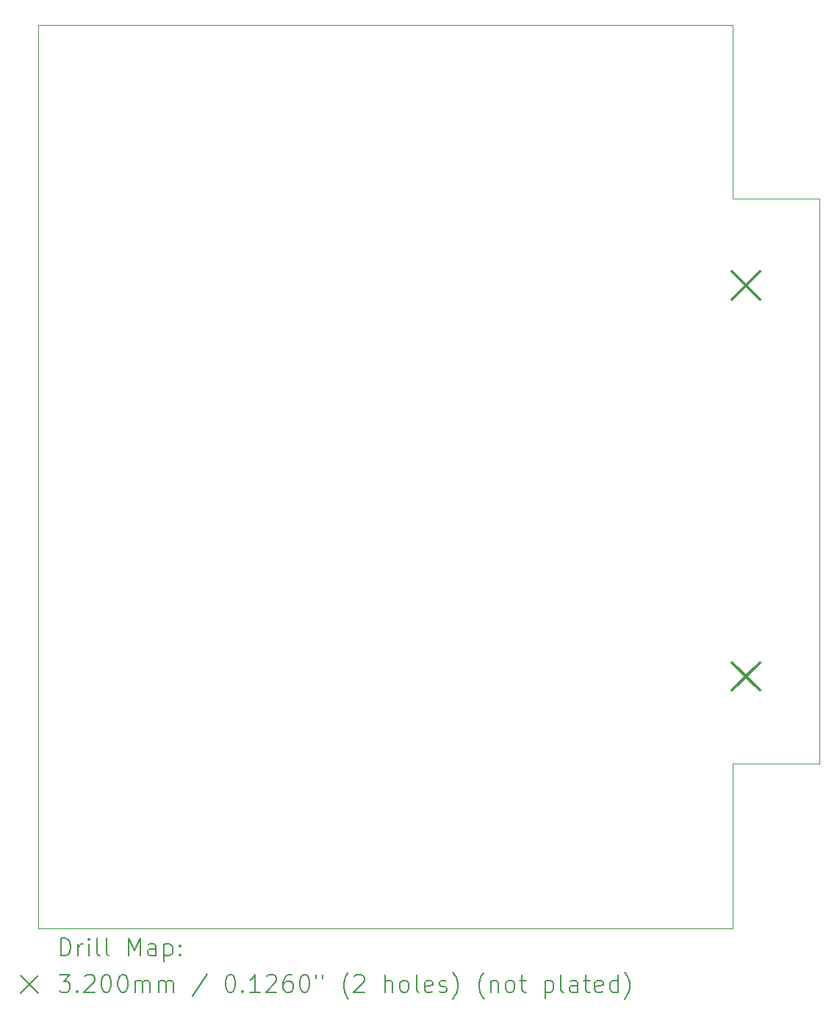
<source format=gbr>
%TF.GenerationSoftware,KiCad,Pcbnew,8.0.2*%
%TF.CreationDate,2024-06-03T18:55:45+02:00*%
%TF.ProjectId,Taupunkt,54617570-756e-46b7-942e-6b696361645f,rev?*%
%TF.SameCoordinates,Original*%
%TF.FileFunction,Drillmap*%
%TF.FilePolarity,Positive*%
%FSLAX45Y45*%
G04 Gerber Fmt 4.5, Leading zero omitted, Abs format (unit mm)*
G04 Created by KiCad (PCBNEW 8.0.2) date 2024-06-03 18:55:45*
%MOMM*%
%LPD*%
G01*
G04 APERTURE LIST*
%ADD10C,0.050000*%
%ADD11C,0.200000*%
%ADD12C,0.320000*%
G04 APERTURE END LIST*
D10*
X13000000Y-8000000D02*
X14000000Y-8000000D01*
X14000000Y-14500000D01*
X13000000Y-14500000D01*
X13000000Y-16400000D01*
X5000000Y-16400000D01*
X5000000Y-6000000D01*
X13000000Y-6000000D01*
X13000000Y-8000000D01*
D11*
D12*
X12990000Y-8840000D02*
X13310000Y-9160000D01*
X13310000Y-8840000D02*
X12990000Y-9160000D01*
X12990000Y-13340000D02*
X13310000Y-13660000D01*
X13310000Y-13340000D02*
X12990000Y-13660000D01*
D11*
X5258277Y-16713984D02*
X5258277Y-16513984D01*
X5258277Y-16513984D02*
X5305896Y-16513984D01*
X5305896Y-16513984D02*
X5334467Y-16523508D01*
X5334467Y-16523508D02*
X5353515Y-16542555D01*
X5353515Y-16542555D02*
X5363039Y-16561603D01*
X5363039Y-16561603D02*
X5372563Y-16599698D01*
X5372563Y-16599698D02*
X5372563Y-16628269D01*
X5372563Y-16628269D02*
X5363039Y-16666365D01*
X5363039Y-16666365D02*
X5353515Y-16685412D01*
X5353515Y-16685412D02*
X5334467Y-16704460D01*
X5334467Y-16704460D02*
X5305896Y-16713984D01*
X5305896Y-16713984D02*
X5258277Y-16713984D01*
X5458277Y-16713984D02*
X5458277Y-16580650D01*
X5458277Y-16618746D02*
X5467801Y-16599698D01*
X5467801Y-16599698D02*
X5477324Y-16590174D01*
X5477324Y-16590174D02*
X5496372Y-16580650D01*
X5496372Y-16580650D02*
X5515420Y-16580650D01*
X5582086Y-16713984D02*
X5582086Y-16580650D01*
X5582086Y-16513984D02*
X5572563Y-16523508D01*
X5572563Y-16523508D02*
X5582086Y-16533031D01*
X5582086Y-16533031D02*
X5591610Y-16523508D01*
X5591610Y-16523508D02*
X5582086Y-16513984D01*
X5582086Y-16513984D02*
X5582086Y-16533031D01*
X5705896Y-16713984D02*
X5686848Y-16704460D01*
X5686848Y-16704460D02*
X5677324Y-16685412D01*
X5677324Y-16685412D02*
X5677324Y-16513984D01*
X5810658Y-16713984D02*
X5791610Y-16704460D01*
X5791610Y-16704460D02*
X5782086Y-16685412D01*
X5782086Y-16685412D02*
X5782086Y-16513984D01*
X6039229Y-16713984D02*
X6039229Y-16513984D01*
X6039229Y-16513984D02*
X6105896Y-16656841D01*
X6105896Y-16656841D02*
X6172562Y-16513984D01*
X6172562Y-16513984D02*
X6172562Y-16713984D01*
X6353515Y-16713984D02*
X6353515Y-16609222D01*
X6353515Y-16609222D02*
X6343991Y-16590174D01*
X6343991Y-16590174D02*
X6324943Y-16580650D01*
X6324943Y-16580650D02*
X6286848Y-16580650D01*
X6286848Y-16580650D02*
X6267801Y-16590174D01*
X6353515Y-16704460D02*
X6334467Y-16713984D01*
X6334467Y-16713984D02*
X6286848Y-16713984D01*
X6286848Y-16713984D02*
X6267801Y-16704460D01*
X6267801Y-16704460D02*
X6258277Y-16685412D01*
X6258277Y-16685412D02*
X6258277Y-16666365D01*
X6258277Y-16666365D02*
X6267801Y-16647317D01*
X6267801Y-16647317D02*
X6286848Y-16637793D01*
X6286848Y-16637793D02*
X6334467Y-16637793D01*
X6334467Y-16637793D02*
X6353515Y-16628269D01*
X6448753Y-16580650D02*
X6448753Y-16780650D01*
X6448753Y-16590174D02*
X6467801Y-16580650D01*
X6467801Y-16580650D02*
X6505896Y-16580650D01*
X6505896Y-16580650D02*
X6524943Y-16590174D01*
X6524943Y-16590174D02*
X6534467Y-16599698D01*
X6534467Y-16599698D02*
X6543991Y-16618746D01*
X6543991Y-16618746D02*
X6543991Y-16675888D01*
X6543991Y-16675888D02*
X6534467Y-16694936D01*
X6534467Y-16694936D02*
X6524943Y-16704460D01*
X6524943Y-16704460D02*
X6505896Y-16713984D01*
X6505896Y-16713984D02*
X6467801Y-16713984D01*
X6467801Y-16713984D02*
X6448753Y-16704460D01*
X6629705Y-16694936D02*
X6639229Y-16704460D01*
X6639229Y-16704460D02*
X6629705Y-16713984D01*
X6629705Y-16713984D02*
X6620182Y-16704460D01*
X6620182Y-16704460D02*
X6629705Y-16694936D01*
X6629705Y-16694936D02*
X6629705Y-16713984D01*
X6629705Y-16590174D02*
X6639229Y-16599698D01*
X6639229Y-16599698D02*
X6629705Y-16609222D01*
X6629705Y-16609222D02*
X6620182Y-16599698D01*
X6620182Y-16599698D02*
X6629705Y-16590174D01*
X6629705Y-16590174D02*
X6629705Y-16609222D01*
X4797500Y-16942500D02*
X4997500Y-17142500D01*
X4997500Y-16942500D02*
X4797500Y-17142500D01*
X5239229Y-16933984D02*
X5363039Y-16933984D01*
X5363039Y-16933984D02*
X5296372Y-17010174D01*
X5296372Y-17010174D02*
X5324944Y-17010174D01*
X5324944Y-17010174D02*
X5343991Y-17019698D01*
X5343991Y-17019698D02*
X5353515Y-17029222D01*
X5353515Y-17029222D02*
X5363039Y-17048270D01*
X5363039Y-17048270D02*
X5363039Y-17095889D01*
X5363039Y-17095889D02*
X5353515Y-17114936D01*
X5353515Y-17114936D02*
X5343991Y-17124460D01*
X5343991Y-17124460D02*
X5324944Y-17133984D01*
X5324944Y-17133984D02*
X5267801Y-17133984D01*
X5267801Y-17133984D02*
X5248753Y-17124460D01*
X5248753Y-17124460D02*
X5239229Y-17114936D01*
X5448753Y-17114936D02*
X5458277Y-17124460D01*
X5458277Y-17124460D02*
X5448753Y-17133984D01*
X5448753Y-17133984D02*
X5439229Y-17124460D01*
X5439229Y-17124460D02*
X5448753Y-17114936D01*
X5448753Y-17114936D02*
X5448753Y-17133984D01*
X5534467Y-16953031D02*
X5543991Y-16943508D01*
X5543991Y-16943508D02*
X5563039Y-16933984D01*
X5563039Y-16933984D02*
X5610658Y-16933984D01*
X5610658Y-16933984D02*
X5629705Y-16943508D01*
X5629705Y-16943508D02*
X5639229Y-16953031D01*
X5639229Y-16953031D02*
X5648753Y-16972079D01*
X5648753Y-16972079D02*
X5648753Y-16991127D01*
X5648753Y-16991127D02*
X5639229Y-17019698D01*
X5639229Y-17019698D02*
X5524944Y-17133984D01*
X5524944Y-17133984D02*
X5648753Y-17133984D01*
X5772562Y-16933984D02*
X5791610Y-16933984D01*
X5791610Y-16933984D02*
X5810658Y-16943508D01*
X5810658Y-16943508D02*
X5820182Y-16953031D01*
X5820182Y-16953031D02*
X5829705Y-16972079D01*
X5829705Y-16972079D02*
X5839229Y-17010174D01*
X5839229Y-17010174D02*
X5839229Y-17057793D01*
X5839229Y-17057793D02*
X5829705Y-17095889D01*
X5829705Y-17095889D02*
X5820182Y-17114936D01*
X5820182Y-17114936D02*
X5810658Y-17124460D01*
X5810658Y-17124460D02*
X5791610Y-17133984D01*
X5791610Y-17133984D02*
X5772562Y-17133984D01*
X5772562Y-17133984D02*
X5753515Y-17124460D01*
X5753515Y-17124460D02*
X5743991Y-17114936D01*
X5743991Y-17114936D02*
X5734467Y-17095889D01*
X5734467Y-17095889D02*
X5724943Y-17057793D01*
X5724943Y-17057793D02*
X5724943Y-17010174D01*
X5724943Y-17010174D02*
X5734467Y-16972079D01*
X5734467Y-16972079D02*
X5743991Y-16953031D01*
X5743991Y-16953031D02*
X5753515Y-16943508D01*
X5753515Y-16943508D02*
X5772562Y-16933984D01*
X5963039Y-16933984D02*
X5982086Y-16933984D01*
X5982086Y-16933984D02*
X6001134Y-16943508D01*
X6001134Y-16943508D02*
X6010658Y-16953031D01*
X6010658Y-16953031D02*
X6020182Y-16972079D01*
X6020182Y-16972079D02*
X6029705Y-17010174D01*
X6029705Y-17010174D02*
X6029705Y-17057793D01*
X6029705Y-17057793D02*
X6020182Y-17095889D01*
X6020182Y-17095889D02*
X6010658Y-17114936D01*
X6010658Y-17114936D02*
X6001134Y-17124460D01*
X6001134Y-17124460D02*
X5982086Y-17133984D01*
X5982086Y-17133984D02*
X5963039Y-17133984D01*
X5963039Y-17133984D02*
X5943991Y-17124460D01*
X5943991Y-17124460D02*
X5934467Y-17114936D01*
X5934467Y-17114936D02*
X5924943Y-17095889D01*
X5924943Y-17095889D02*
X5915420Y-17057793D01*
X5915420Y-17057793D02*
X5915420Y-17010174D01*
X5915420Y-17010174D02*
X5924943Y-16972079D01*
X5924943Y-16972079D02*
X5934467Y-16953031D01*
X5934467Y-16953031D02*
X5943991Y-16943508D01*
X5943991Y-16943508D02*
X5963039Y-16933984D01*
X6115420Y-17133984D02*
X6115420Y-17000650D01*
X6115420Y-17019698D02*
X6124943Y-17010174D01*
X6124943Y-17010174D02*
X6143991Y-17000650D01*
X6143991Y-17000650D02*
X6172563Y-17000650D01*
X6172563Y-17000650D02*
X6191610Y-17010174D01*
X6191610Y-17010174D02*
X6201134Y-17029222D01*
X6201134Y-17029222D02*
X6201134Y-17133984D01*
X6201134Y-17029222D02*
X6210658Y-17010174D01*
X6210658Y-17010174D02*
X6229705Y-17000650D01*
X6229705Y-17000650D02*
X6258277Y-17000650D01*
X6258277Y-17000650D02*
X6277324Y-17010174D01*
X6277324Y-17010174D02*
X6286848Y-17029222D01*
X6286848Y-17029222D02*
X6286848Y-17133984D01*
X6382086Y-17133984D02*
X6382086Y-17000650D01*
X6382086Y-17019698D02*
X6391610Y-17010174D01*
X6391610Y-17010174D02*
X6410658Y-17000650D01*
X6410658Y-17000650D02*
X6439229Y-17000650D01*
X6439229Y-17000650D02*
X6458277Y-17010174D01*
X6458277Y-17010174D02*
X6467801Y-17029222D01*
X6467801Y-17029222D02*
X6467801Y-17133984D01*
X6467801Y-17029222D02*
X6477324Y-17010174D01*
X6477324Y-17010174D02*
X6496372Y-17000650D01*
X6496372Y-17000650D02*
X6524943Y-17000650D01*
X6524943Y-17000650D02*
X6543991Y-17010174D01*
X6543991Y-17010174D02*
X6553515Y-17029222D01*
X6553515Y-17029222D02*
X6553515Y-17133984D01*
X6943991Y-16924460D02*
X6772563Y-17181603D01*
X7201134Y-16933984D02*
X7220182Y-16933984D01*
X7220182Y-16933984D02*
X7239229Y-16943508D01*
X7239229Y-16943508D02*
X7248753Y-16953031D01*
X7248753Y-16953031D02*
X7258277Y-16972079D01*
X7258277Y-16972079D02*
X7267801Y-17010174D01*
X7267801Y-17010174D02*
X7267801Y-17057793D01*
X7267801Y-17057793D02*
X7258277Y-17095889D01*
X7258277Y-17095889D02*
X7248753Y-17114936D01*
X7248753Y-17114936D02*
X7239229Y-17124460D01*
X7239229Y-17124460D02*
X7220182Y-17133984D01*
X7220182Y-17133984D02*
X7201134Y-17133984D01*
X7201134Y-17133984D02*
X7182086Y-17124460D01*
X7182086Y-17124460D02*
X7172563Y-17114936D01*
X7172563Y-17114936D02*
X7163039Y-17095889D01*
X7163039Y-17095889D02*
X7153515Y-17057793D01*
X7153515Y-17057793D02*
X7153515Y-17010174D01*
X7153515Y-17010174D02*
X7163039Y-16972079D01*
X7163039Y-16972079D02*
X7172563Y-16953031D01*
X7172563Y-16953031D02*
X7182086Y-16943508D01*
X7182086Y-16943508D02*
X7201134Y-16933984D01*
X7353515Y-17114936D02*
X7363039Y-17124460D01*
X7363039Y-17124460D02*
X7353515Y-17133984D01*
X7353515Y-17133984D02*
X7343991Y-17124460D01*
X7343991Y-17124460D02*
X7353515Y-17114936D01*
X7353515Y-17114936D02*
X7353515Y-17133984D01*
X7553515Y-17133984D02*
X7439229Y-17133984D01*
X7496372Y-17133984D02*
X7496372Y-16933984D01*
X7496372Y-16933984D02*
X7477325Y-16962555D01*
X7477325Y-16962555D02*
X7458277Y-16981603D01*
X7458277Y-16981603D02*
X7439229Y-16991127D01*
X7629706Y-16953031D02*
X7639229Y-16943508D01*
X7639229Y-16943508D02*
X7658277Y-16933984D01*
X7658277Y-16933984D02*
X7705896Y-16933984D01*
X7705896Y-16933984D02*
X7724944Y-16943508D01*
X7724944Y-16943508D02*
X7734467Y-16953031D01*
X7734467Y-16953031D02*
X7743991Y-16972079D01*
X7743991Y-16972079D02*
X7743991Y-16991127D01*
X7743991Y-16991127D02*
X7734467Y-17019698D01*
X7734467Y-17019698D02*
X7620182Y-17133984D01*
X7620182Y-17133984D02*
X7743991Y-17133984D01*
X7915420Y-16933984D02*
X7877325Y-16933984D01*
X7877325Y-16933984D02*
X7858277Y-16943508D01*
X7858277Y-16943508D02*
X7848753Y-16953031D01*
X7848753Y-16953031D02*
X7829706Y-16981603D01*
X7829706Y-16981603D02*
X7820182Y-17019698D01*
X7820182Y-17019698D02*
X7820182Y-17095889D01*
X7820182Y-17095889D02*
X7829706Y-17114936D01*
X7829706Y-17114936D02*
X7839229Y-17124460D01*
X7839229Y-17124460D02*
X7858277Y-17133984D01*
X7858277Y-17133984D02*
X7896372Y-17133984D01*
X7896372Y-17133984D02*
X7915420Y-17124460D01*
X7915420Y-17124460D02*
X7924944Y-17114936D01*
X7924944Y-17114936D02*
X7934467Y-17095889D01*
X7934467Y-17095889D02*
X7934467Y-17048270D01*
X7934467Y-17048270D02*
X7924944Y-17029222D01*
X7924944Y-17029222D02*
X7915420Y-17019698D01*
X7915420Y-17019698D02*
X7896372Y-17010174D01*
X7896372Y-17010174D02*
X7858277Y-17010174D01*
X7858277Y-17010174D02*
X7839229Y-17019698D01*
X7839229Y-17019698D02*
X7829706Y-17029222D01*
X7829706Y-17029222D02*
X7820182Y-17048270D01*
X8058277Y-16933984D02*
X8077325Y-16933984D01*
X8077325Y-16933984D02*
X8096372Y-16943508D01*
X8096372Y-16943508D02*
X8105896Y-16953031D01*
X8105896Y-16953031D02*
X8115420Y-16972079D01*
X8115420Y-16972079D02*
X8124944Y-17010174D01*
X8124944Y-17010174D02*
X8124944Y-17057793D01*
X8124944Y-17057793D02*
X8115420Y-17095889D01*
X8115420Y-17095889D02*
X8105896Y-17114936D01*
X8105896Y-17114936D02*
X8096372Y-17124460D01*
X8096372Y-17124460D02*
X8077325Y-17133984D01*
X8077325Y-17133984D02*
X8058277Y-17133984D01*
X8058277Y-17133984D02*
X8039229Y-17124460D01*
X8039229Y-17124460D02*
X8029706Y-17114936D01*
X8029706Y-17114936D02*
X8020182Y-17095889D01*
X8020182Y-17095889D02*
X8010658Y-17057793D01*
X8010658Y-17057793D02*
X8010658Y-17010174D01*
X8010658Y-17010174D02*
X8020182Y-16972079D01*
X8020182Y-16972079D02*
X8029706Y-16953031D01*
X8029706Y-16953031D02*
X8039229Y-16943508D01*
X8039229Y-16943508D02*
X8058277Y-16933984D01*
X8201134Y-16933984D02*
X8201134Y-16972079D01*
X8277325Y-16933984D02*
X8277325Y-16972079D01*
X8572563Y-17210174D02*
X8563039Y-17200650D01*
X8563039Y-17200650D02*
X8543991Y-17172079D01*
X8543991Y-17172079D02*
X8534468Y-17153031D01*
X8534468Y-17153031D02*
X8524944Y-17124460D01*
X8524944Y-17124460D02*
X8515420Y-17076841D01*
X8515420Y-17076841D02*
X8515420Y-17038746D01*
X8515420Y-17038746D02*
X8524944Y-16991127D01*
X8524944Y-16991127D02*
X8534468Y-16962555D01*
X8534468Y-16962555D02*
X8543991Y-16943508D01*
X8543991Y-16943508D02*
X8563039Y-16914936D01*
X8563039Y-16914936D02*
X8572563Y-16905412D01*
X8639230Y-16953031D02*
X8648753Y-16943508D01*
X8648753Y-16943508D02*
X8667801Y-16933984D01*
X8667801Y-16933984D02*
X8715420Y-16933984D01*
X8715420Y-16933984D02*
X8734468Y-16943508D01*
X8734468Y-16943508D02*
X8743991Y-16953031D01*
X8743991Y-16953031D02*
X8753515Y-16972079D01*
X8753515Y-16972079D02*
X8753515Y-16991127D01*
X8753515Y-16991127D02*
X8743991Y-17019698D01*
X8743991Y-17019698D02*
X8629706Y-17133984D01*
X8629706Y-17133984D02*
X8753515Y-17133984D01*
X8991611Y-17133984D02*
X8991611Y-16933984D01*
X9077325Y-17133984D02*
X9077325Y-17029222D01*
X9077325Y-17029222D02*
X9067801Y-17010174D01*
X9067801Y-17010174D02*
X9048753Y-17000650D01*
X9048753Y-17000650D02*
X9020182Y-17000650D01*
X9020182Y-17000650D02*
X9001134Y-17010174D01*
X9001134Y-17010174D02*
X8991611Y-17019698D01*
X9201134Y-17133984D02*
X9182087Y-17124460D01*
X9182087Y-17124460D02*
X9172563Y-17114936D01*
X9172563Y-17114936D02*
X9163039Y-17095889D01*
X9163039Y-17095889D02*
X9163039Y-17038746D01*
X9163039Y-17038746D02*
X9172563Y-17019698D01*
X9172563Y-17019698D02*
X9182087Y-17010174D01*
X9182087Y-17010174D02*
X9201134Y-17000650D01*
X9201134Y-17000650D02*
X9229706Y-17000650D01*
X9229706Y-17000650D02*
X9248753Y-17010174D01*
X9248753Y-17010174D02*
X9258277Y-17019698D01*
X9258277Y-17019698D02*
X9267801Y-17038746D01*
X9267801Y-17038746D02*
X9267801Y-17095889D01*
X9267801Y-17095889D02*
X9258277Y-17114936D01*
X9258277Y-17114936D02*
X9248753Y-17124460D01*
X9248753Y-17124460D02*
X9229706Y-17133984D01*
X9229706Y-17133984D02*
X9201134Y-17133984D01*
X9382087Y-17133984D02*
X9363039Y-17124460D01*
X9363039Y-17124460D02*
X9353515Y-17105412D01*
X9353515Y-17105412D02*
X9353515Y-16933984D01*
X9534468Y-17124460D02*
X9515420Y-17133984D01*
X9515420Y-17133984D02*
X9477325Y-17133984D01*
X9477325Y-17133984D02*
X9458277Y-17124460D01*
X9458277Y-17124460D02*
X9448753Y-17105412D01*
X9448753Y-17105412D02*
X9448753Y-17029222D01*
X9448753Y-17029222D02*
X9458277Y-17010174D01*
X9458277Y-17010174D02*
X9477325Y-17000650D01*
X9477325Y-17000650D02*
X9515420Y-17000650D01*
X9515420Y-17000650D02*
X9534468Y-17010174D01*
X9534468Y-17010174D02*
X9543992Y-17029222D01*
X9543992Y-17029222D02*
X9543992Y-17048270D01*
X9543992Y-17048270D02*
X9448753Y-17067317D01*
X9620182Y-17124460D02*
X9639230Y-17133984D01*
X9639230Y-17133984D02*
X9677325Y-17133984D01*
X9677325Y-17133984D02*
X9696373Y-17124460D01*
X9696373Y-17124460D02*
X9705896Y-17105412D01*
X9705896Y-17105412D02*
X9705896Y-17095889D01*
X9705896Y-17095889D02*
X9696373Y-17076841D01*
X9696373Y-17076841D02*
X9677325Y-17067317D01*
X9677325Y-17067317D02*
X9648753Y-17067317D01*
X9648753Y-17067317D02*
X9629706Y-17057793D01*
X9629706Y-17057793D02*
X9620182Y-17038746D01*
X9620182Y-17038746D02*
X9620182Y-17029222D01*
X9620182Y-17029222D02*
X9629706Y-17010174D01*
X9629706Y-17010174D02*
X9648753Y-17000650D01*
X9648753Y-17000650D02*
X9677325Y-17000650D01*
X9677325Y-17000650D02*
X9696373Y-17010174D01*
X9772563Y-17210174D02*
X9782087Y-17200650D01*
X9782087Y-17200650D02*
X9801134Y-17172079D01*
X9801134Y-17172079D02*
X9810658Y-17153031D01*
X9810658Y-17153031D02*
X9820182Y-17124460D01*
X9820182Y-17124460D02*
X9829706Y-17076841D01*
X9829706Y-17076841D02*
X9829706Y-17038746D01*
X9829706Y-17038746D02*
X9820182Y-16991127D01*
X9820182Y-16991127D02*
X9810658Y-16962555D01*
X9810658Y-16962555D02*
X9801134Y-16943508D01*
X9801134Y-16943508D02*
X9782087Y-16914936D01*
X9782087Y-16914936D02*
X9772563Y-16905412D01*
X10134468Y-17210174D02*
X10124944Y-17200650D01*
X10124944Y-17200650D02*
X10105896Y-17172079D01*
X10105896Y-17172079D02*
X10096373Y-17153031D01*
X10096373Y-17153031D02*
X10086849Y-17124460D01*
X10086849Y-17124460D02*
X10077325Y-17076841D01*
X10077325Y-17076841D02*
X10077325Y-17038746D01*
X10077325Y-17038746D02*
X10086849Y-16991127D01*
X10086849Y-16991127D02*
X10096373Y-16962555D01*
X10096373Y-16962555D02*
X10105896Y-16943508D01*
X10105896Y-16943508D02*
X10124944Y-16914936D01*
X10124944Y-16914936D02*
X10134468Y-16905412D01*
X10210658Y-17000650D02*
X10210658Y-17133984D01*
X10210658Y-17019698D02*
X10220182Y-17010174D01*
X10220182Y-17010174D02*
X10239230Y-17000650D01*
X10239230Y-17000650D02*
X10267801Y-17000650D01*
X10267801Y-17000650D02*
X10286849Y-17010174D01*
X10286849Y-17010174D02*
X10296373Y-17029222D01*
X10296373Y-17029222D02*
X10296373Y-17133984D01*
X10420182Y-17133984D02*
X10401134Y-17124460D01*
X10401134Y-17124460D02*
X10391611Y-17114936D01*
X10391611Y-17114936D02*
X10382087Y-17095889D01*
X10382087Y-17095889D02*
X10382087Y-17038746D01*
X10382087Y-17038746D02*
X10391611Y-17019698D01*
X10391611Y-17019698D02*
X10401134Y-17010174D01*
X10401134Y-17010174D02*
X10420182Y-17000650D01*
X10420182Y-17000650D02*
X10448754Y-17000650D01*
X10448754Y-17000650D02*
X10467801Y-17010174D01*
X10467801Y-17010174D02*
X10477325Y-17019698D01*
X10477325Y-17019698D02*
X10486849Y-17038746D01*
X10486849Y-17038746D02*
X10486849Y-17095889D01*
X10486849Y-17095889D02*
X10477325Y-17114936D01*
X10477325Y-17114936D02*
X10467801Y-17124460D01*
X10467801Y-17124460D02*
X10448754Y-17133984D01*
X10448754Y-17133984D02*
X10420182Y-17133984D01*
X10543992Y-17000650D02*
X10620182Y-17000650D01*
X10572563Y-16933984D02*
X10572563Y-17105412D01*
X10572563Y-17105412D02*
X10582087Y-17124460D01*
X10582087Y-17124460D02*
X10601134Y-17133984D01*
X10601134Y-17133984D02*
X10620182Y-17133984D01*
X10839230Y-17000650D02*
X10839230Y-17200650D01*
X10839230Y-17010174D02*
X10858277Y-17000650D01*
X10858277Y-17000650D02*
X10896373Y-17000650D01*
X10896373Y-17000650D02*
X10915420Y-17010174D01*
X10915420Y-17010174D02*
X10924944Y-17019698D01*
X10924944Y-17019698D02*
X10934468Y-17038746D01*
X10934468Y-17038746D02*
X10934468Y-17095889D01*
X10934468Y-17095889D02*
X10924944Y-17114936D01*
X10924944Y-17114936D02*
X10915420Y-17124460D01*
X10915420Y-17124460D02*
X10896373Y-17133984D01*
X10896373Y-17133984D02*
X10858277Y-17133984D01*
X10858277Y-17133984D02*
X10839230Y-17124460D01*
X11048754Y-17133984D02*
X11029706Y-17124460D01*
X11029706Y-17124460D02*
X11020182Y-17105412D01*
X11020182Y-17105412D02*
X11020182Y-16933984D01*
X11210658Y-17133984D02*
X11210658Y-17029222D01*
X11210658Y-17029222D02*
X11201134Y-17010174D01*
X11201134Y-17010174D02*
X11182087Y-17000650D01*
X11182087Y-17000650D02*
X11143992Y-17000650D01*
X11143992Y-17000650D02*
X11124944Y-17010174D01*
X11210658Y-17124460D02*
X11191611Y-17133984D01*
X11191611Y-17133984D02*
X11143992Y-17133984D01*
X11143992Y-17133984D02*
X11124944Y-17124460D01*
X11124944Y-17124460D02*
X11115420Y-17105412D01*
X11115420Y-17105412D02*
X11115420Y-17086365D01*
X11115420Y-17086365D02*
X11124944Y-17067317D01*
X11124944Y-17067317D02*
X11143992Y-17057793D01*
X11143992Y-17057793D02*
X11191611Y-17057793D01*
X11191611Y-17057793D02*
X11210658Y-17048270D01*
X11277325Y-17000650D02*
X11353515Y-17000650D01*
X11305896Y-16933984D02*
X11305896Y-17105412D01*
X11305896Y-17105412D02*
X11315420Y-17124460D01*
X11315420Y-17124460D02*
X11334468Y-17133984D01*
X11334468Y-17133984D02*
X11353515Y-17133984D01*
X11496373Y-17124460D02*
X11477325Y-17133984D01*
X11477325Y-17133984D02*
X11439230Y-17133984D01*
X11439230Y-17133984D02*
X11420182Y-17124460D01*
X11420182Y-17124460D02*
X11410658Y-17105412D01*
X11410658Y-17105412D02*
X11410658Y-17029222D01*
X11410658Y-17029222D02*
X11420182Y-17010174D01*
X11420182Y-17010174D02*
X11439230Y-17000650D01*
X11439230Y-17000650D02*
X11477325Y-17000650D01*
X11477325Y-17000650D02*
X11496373Y-17010174D01*
X11496373Y-17010174D02*
X11505896Y-17029222D01*
X11505896Y-17029222D02*
X11505896Y-17048270D01*
X11505896Y-17048270D02*
X11410658Y-17067317D01*
X11677325Y-17133984D02*
X11677325Y-16933984D01*
X11677325Y-17124460D02*
X11658277Y-17133984D01*
X11658277Y-17133984D02*
X11620182Y-17133984D01*
X11620182Y-17133984D02*
X11601134Y-17124460D01*
X11601134Y-17124460D02*
X11591611Y-17114936D01*
X11591611Y-17114936D02*
X11582087Y-17095889D01*
X11582087Y-17095889D02*
X11582087Y-17038746D01*
X11582087Y-17038746D02*
X11591611Y-17019698D01*
X11591611Y-17019698D02*
X11601134Y-17010174D01*
X11601134Y-17010174D02*
X11620182Y-17000650D01*
X11620182Y-17000650D02*
X11658277Y-17000650D01*
X11658277Y-17000650D02*
X11677325Y-17010174D01*
X11753515Y-17210174D02*
X11763039Y-17200650D01*
X11763039Y-17200650D02*
X11782087Y-17172079D01*
X11782087Y-17172079D02*
X11791611Y-17153031D01*
X11791611Y-17153031D02*
X11801134Y-17124460D01*
X11801134Y-17124460D02*
X11810658Y-17076841D01*
X11810658Y-17076841D02*
X11810658Y-17038746D01*
X11810658Y-17038746D02*
X11801134Y-16991127D01*
X11801134Y-16991127D02*
X11791611Y-16962555D01*
X11791611Y-16962555D02*
X11782087Y-16943508D01*
X11782087Y-16943508D02*
X11763039Y-16914936D01*
X11763039Y-16914936D02*
X11753515Y-16905412D01*
M02*

</source>
